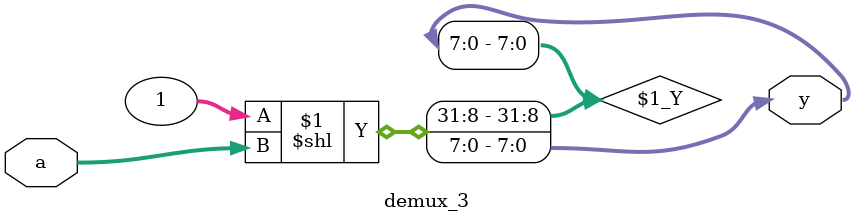
<source format=v>

module top
(
    input  io_67, io_69, io_71,
    output io_100, io_2, io_4, io_6, io_8, io_14, io_16, io_18
);
    // input signals
    wire [2:0] a = { io_67, io_69, io_71 };

    // connecting demux output with top module ports
    wire [7:0] y;
    assign { io_100, io_2, io_4, io_6, io_8, io_14, io_16, io_18 } = y;

    // demux
    demux_1 demux (a, y);

endmodule

module demux_1
(
    input      [2:0] a,
    output reg [7:0] y
);
    always @(*) begin
        case(a)
            3'b000 : y = 8'b00000001;
            3'b001 : y = 8'b00000010;
            3'b010 : y = 8'b00000100;
            3'b011 : y = 8'b00001000;
            3'b100 : y = 8'b00010000;
            3'b101 : y = 8'b00100000;
            3'b110 : y = 8'b01000000;
            3'b111 : y = 8'b10000000;
        endcase
    end

endmodule

module demux_2
(
    input      [2:0] a,
    output reg [7:0] y
);
    always @(*) begin
        y = ( 1 << a );
    end

endmodule

module demux_3
(
    input  [2:0] a,
    output [7:0] y
);
    assign y = ( 1 << a );

endmodule

</source>
